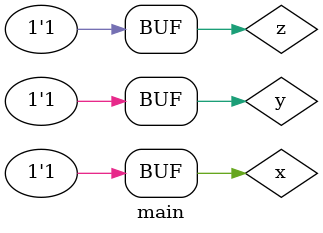
<source format=v>

 

module letraA ( output s, 
                    input  x, 
                    input  y,
                    input z); 
// descrever por expressao 
   assign s = (~y & z) | (x & z); 
endmodule
 
module letraB ( output s, 
                    input  x, 
                    input  y,
                    input z); 
// descrever por expressao 
   assign s = (~z & y) | (~x & ~y & ~z); 
endmodule

module letraC ( output s, 
                    input  x, 
                    input  y,
                    input z); 
// descrever por expressao 
   assign s = ~y; 
endmodule

module letraD ( output s, 
                    input  x, 
                    input  y,
                    input z); 
// descrever por expressao 
   assign s = (~x & y ) | (x & z); 
endmodule

module letraE ( output s, 
                    input  x, 
                    input  y,
                    input z); 
// descrever por expressao 
   assign s = (~y & ~z) | (x & ~y) | (~x & y & z) | (x & ~z); 
endmodule 

module main; 
// ------------------------- definir dados 
       reg  x; 
       reg  y;
       reg  z;
       wire s,s0,s1,s2,s3;

 
       letraA LetraA (s, x, y, z);
       letraB LetraB (s0, x, y, z);
       letraC LetraC (s1, x, y, z);
       letraD LetraD (s2, x, y, z);
       letraE LetraE (s3, x, y, z);
// ------------------------- parte principal 
 
   initial 
   begin : main 
          $display("Questao01 - Luiz Junio Veloso Dos Santos - 624037"); 
          $display("Letra A:"); 
          $display("   x    y    z    s "); 
 
       // projetar testes do modulo 
         $monitor("%4b %4b %4b %4b", x, y, z, s); 
           x = 1'b0;  y = 1'b0; z = 1'b0;
   #1      x = 1'b0;  y = 1'b0;  z = 1'b1;
   #1      x = 1'b0;  y = 1'b1;  z = 1'b0;
   #1      x = 1'b0;  y = 1'b1;  z = 1'b1;
   #1      x = 1'b1;  y = 1'b0;  z = 1'b0;
   #1      x = 1'b1;  y = 1'b0;  z = 1'b1;
   #1      x = 1'b1;  y = 1'b1;  z = 1'b0;
   #1      x = 1'b1;  y = 1'b1;  z = 1'b1;

          $display("Letra B:"); 
          $display("   x    y    z    s "); 
 
       // projetar testes do modulo 
         $monitor("%4b %4b %4b %4b", x, y, z, s0); 
           x = 1'b0;  y = 1'b0; z = 1'b0;
   #1      x = 1'b0;  y = 1'b0;  z = 1'b1;
   #1      x = 1'b0;  y = 1'b1;  z = 1'b0;
   #1      x = 1'b0;  y = 1'b1;  z = 1'b1;
   #1      x = 1'b1;  y = 1'b0;  z = 1'b0;
   #1      x = 1'b1;  y = 1'b0;  z = 1'b1;
   #1      x = 1'b1;  y = 1'b1;  z = 1'b0;
   #1      x = 1'b1;  y = 1'b1;  z = 1'b1;
                            
          $display("Letra C:"); 
          $display("   x    y    z    s "); 
 
       // projetar testes do modulo 
         $monitor("%4b %4b %4b %4b", x, y, z, s1); 
           x = 1'b0;  y = 1'b0; z = 1'b0;
   #1      x = 1'b0;  y = 1'b0;  z = 1'b1;
   #1      x = 1'b0;  y = 1'b1;  z = 1'b0;
   #1      x = 1'b0;  y = 1'b1;  z = 1'b1;
   #1      x = 1'b1;  y = 1'b0;  z = 1'b0;
   #1      x = 1'b1;  y = 1'b0;  z = 1'b1;
   #1      x = 1'b1;  y = 1'b1;  z = 1'b0;
   #1      x = 1'b1;  y = 1'b1;  z = 1'b1;

          $display("Letra D:"); 
          $display("   x    y    z    s "); 
 
       // projetar testes do modulo 
         $monitor("%4b %4b %4b %4b", x, y, z, s2); 
           x = 1'b0;  y = 1'b0; z = 1'b0;
   #1      x = 1'b0;  y = 1'b0;  z = 1'b1;
   #1      x = 1'b0;  y = 1'b1;  z = 1'b0;
   #1      x = 1'b0;  y = 1'b1;  z = 1'b1;
   #1      x = 1'b1;  y = 1'b0;  z = 1'b0;
   #1      x = 1'b1;  y = 1'b0;  z = 1'b1;
   #1      x = 1'b1;  y = 1'b1;  z = 1'b0;
   #1      x = 1'b1;  y = 1'b1;  z = 1'b1;
    
          $display("Letra E:"); 
          $display("   x    y    z    s "); 
 
       // projetar testes do modulo 
         $monitor("%4b %4b %4b %4b", x, y, z, s3); 
           x = 1'b0;  y = 1'b0; z = 1'b0;
   #1      x = 1'b0;  y = 1'b0;  z = 1'b1;
   #1      x = 1'b0;  y = 1'b1;  z = 1'b0;
   #1      x = 1'b0;  y = 1'b1;  z = 1'b1;
   #1      x = 1'b1;  y = 1'b0;  z = 1'b0;
   #1      x = 1'b1;  y = 1'b0;  z = 1'b1;
   #1      x = 1'b1;  y = 1'b1;  z = 1'b0;
   #1      x = 1'b1;  y = 1'b1;  z = 1'b1;
                            
   end 
 
endmodule // test_f5 
 
 

</source>
